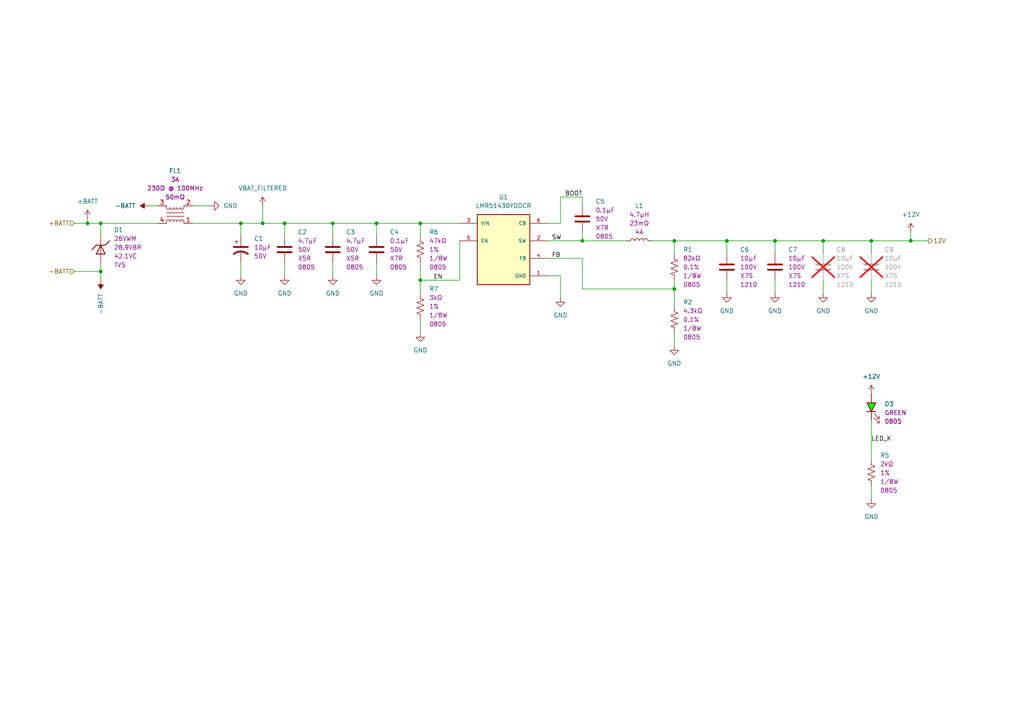
<source format=kicad_sch>
(kicad_sch (version 20231120) (generator "eeschema") (generator_version "8.0")
  (paper "A4")
  (lib_symbols
    (symbol "Capacitor_Polarized:865080642006" (pin_numbers hide) (pin_names (offset 0.254) hide)
      (property "Reference" "C" (at 3.302 2.54 0))
      (property "Capacitance" "10µF" (at 3.302 0.254 0))
      (property "Voltage - Rated" "50V" (at 3.302 -2.032 0))
      (symbol "865080642006_0_1"
        (polyline (pts (xy -2.032 0.762) (xy 2.032 0.762)) (stroke (width 0.508)))
        (polyline (pts (xy -1.778 2.286) (xy -0.762 2.286)))
        (polyline (pts (xy -1.27 1.778) (xy -1.27 2.794)))
        (arc (start 2.032 -1.27) (mid 0 -0.5572) (end -2.032 -1.27) (stroke (width 0.508)))
      )
      (symbol "865080642006_1_1"
        (pin passive line (at 0 3.81 270) (length 2.794) (name "~") (number "1"))
        (pin passive line (at 0 -3.81 90) (length 3.302) (name "~") (number "2"))
      )
    )
    (symbol "Capacitors_MLCC:CL21B104KBCNNNC" (pin_numbers hide) (pin_names (offset 0.254) hide)
      (property "Reference" "C" (at 4.826 4.318 0))
      (property "Capacitance" "0.1µF" (at 4.826 2.286 0))
      (property "Rated Voltage" "50V" (at 4.826 0 0))
      (property "Temperature Coefficient" "X7R" (at 4.826 -2.032 0))
      (property "Package" "0805" (at 4.826 -4.064 0))
      (symbol "CL21B104KBCNNNC_0_1"
        (polyline (pts (xy -2.032 -0.762) (xy 2.032 -0.762)) (stroke (width 0.508)))
        (polyline (pts (xy -2.032 0.762) (xy 2.032 0.762)) (stroke (width 0.508)))
      )
      (symbol "CL21B104KBCNNNC_1_1"
        (pin passive line (at 0 3.81 270) (length 2.794) (name "~") (number "1"))
        (pin passive line (at 0 -3.81 90) (length 2.794) (name "~") (number "2"))
      )
    )
    (symbol "Capacitors_MLCC:GRM21BR61H475KE51L" (pin_numbers hide) (pin_names (offset 0.254) hide)
      (property "Reference" "C" (at 4.826 4.318 0))
      (property "Capacitance" "4.7µF" (at 4.826 2.286 0))
      (property "Rated Voltage" "50V" (at 4.826 0 0))
      (property "Temperature Coefficient" "X5R" (at 4.826 -2.032 0))
      (property "Package" "0805" (at 4.826 -4.064 0))
      (symbol "GRM21BR61H475KE51L_0_1"
        (polyline (pts (xy -2.032 -0.762) (xy 2.032 -0.762)) (stroke (width 0.508)))
        (polyline (pts (xy -2.032 0.762) (xy 2.032 0.762)) (stroke (width 0.508)))
      )
      (symbol "GRM21BR61H475KE51L_1_1"
        (pin passive line (at 0 3.81 270) (length 2.794) (name "~") (number "1"))
        (pin passive line (at 0 -3.81 90) (length 2.794) (name "~") (number "2"))
      )
    )
    (symbol "Capacitors_MLCC:GRM32EC72A106KE05L" (pin_numbers hide) (pin_names (offset 0.254) hide)
      (property "Reference" "C" (at 4.826 4.318 0))
      (property "Capacitance" "10µF" (at 4.826 2.286 0))
      (property "Rated Voltage" "100V" (at 4.826 0 0))
      (property "Temperature Coefficient" "X7S" (at 4.826 -2.032 0))
      (property "Package" "1210" (at 4.826 -4.064 0))
      (symbol "GRM32EC72A106KE05L_0_1"
        (polyline (pts (xy -2.032 -0.762) (xy 2.032 -0.762)) (stroke (width 0.508)))
        (polyline (pts (xy -2.032 0.762) (xy 2.032 0.762)) (stroke (width 0.508)))
      )
      (symbol "GRM32EC72A106KE05L_1_1"
        (pin passive line (at 0 3.81 270) (length 2.794) (name "~") (number "1"))
        (pin passive line (at 0 -3.81 90) (length 2.794) (name "~") (number "2"))
      )
    )
    (symbol "Diode:SMAJ26A-13-F" (pin_numbers hide) (pin_names (offset 1.016) hide)
      (property "Reference" "D" (at -2.032 4.826 0))
      (property "Voltage - Reverse Standoff (Typ) " "26VWM" (at -2.032 -6.604 0))
      (property "Voltage - Breakdown (Min) " "28.9VBR" (at -2.032 -9.144 0))
      (property "Voltage - Clamping (Max) @ Ipp " "42.1VC" (at -2.032 -11.684 0))
      (property "Function" "TVS" (at -0.254 -4.318 0))
      (symbol "SMAJ26A-13-F_0_1"
        (polyline (pts (xy -1.27 0) (xy 1.27 0)))
        (polyline (pts (xy 1.27 1.27) (xy 1.27 -1.27) (xy 2.54 -2.54)) (stroke (width 0.254)))
        (polyline (pts (xy 1.27 1.27) (xy 1.27 1.27) (xy 0 2.54)) (stroke (width 0.254)))
        (polyline (pts (xy -1.27 1.27) (xy -1.27 -1.27) (xy 1.27 0) (xy -1.27 1.27)) (stroke (width 0.254)))
      )
      (symbol "SMAJ26A-13-F_1_1"
        (pin passive line (at 3.81 0 180) (length 2.54) (name "C") (number "1"))
        (pin passive line (at -3.81 0 0) (length 2.54) (name "A") (number "2"))
      )
    )
    (symbol "Filter:CMC_TDK_ACM4520-231-2P-T000" (pin_names hide)
      (property "Reference" "FL" (at -2.794 5.334 0))
      (property "Current Rating" "3A" (at -3.302 -4.826 0))
      (property "Impedance @ Frequency" "230Ω @ 100MHz" (at -3.556 -7.112 0))
      (property "DC Resistance (DCR) (Max) " "50mΩ" (at -3.556 -9.398 0))
      (symbol "CMC_TDK_ACM4520-231-2P-T000_1_1"
        (arc (start -2.54 2.032) (mid -2.032 1.5262) (end -1.524 2.032))
        (arc (start -1.524 -2.032) (mid -2.032 -1.5262) (end -2.54 -2.032))
        (arc (start -1.524 2.032) (mid -1.016 1.5262) (end -0.508 2.032))
        (arc (start -0.508 -2.032) (mid -1.016 -1.5262) (end -1.524 -2.032))
        (arc (start -0.508 2.032) (mid 0 1.5262) (end 0.508 2.032))
        (polyline (pts (xy -2.54 -2.032) (xy -2.54 -2.54)))
        (polyline (pts (xy -2.54 0.508) (xy 2.54 0.508)))
        (polyline (pts (xy -2.54 2.032) (xy -2.54 2.54)))
        (polyline (pts (xy 2.54 -2.032) (xy 2.54 -2.54)))
        (polyline (pts (xy 2.54 -0.508) (xy -2.54 -0.508)))
        (polyline (pts (xy 2.54 2.54) (xy 2.54 2.032)))
        (arc (start 0.508 -2.032) (mid 0 -1.5262) (end -0.508 -2.032))
        (arc (start 0.508 2.032) (mid 1.016 1.5262) (end 1.524 2.032))
        (arc (start 1.524 -2.032) (mid 1.016 -1.5262) (end 0.508 -2.032))
        (arc (start 1.524 2.032) (mid 2.032 1.5262) (end 2.54 2.032))
        (arc (start 2.54 -2.032) (mid 2.032 -1.5262) (end 1.524 -2.032))
        (pin passive line (at -5.08 2.54 0) (length 2.54) (name "1") (number "1"))
        (pin passive line (at -5.08 -2.54 0) (length 2.54) (name "2") (number "2"))
        (pin passive line (at 5.08 -2.54 180) (length 2.54) (name "3") (number "3"))
        (pin passive line (at 5.08 2.54 180) (length 2.54) (name "4") (number "4"))
      )
    )
    (symbol "Inductors:1255AY-4R7M=P3" (pin_numbers hide) (pin_names (offset 1.016) hide)
      (property "Reference" "L" (at -2.286 2.794 0))
      (property "Inductance" "4.7µH" (at -3.048 -2.032 0))
      (property "DCR" "23mΩ" (at -3.048 -6.604 0))
      (property "Current Rating" "4A" (at -3.048 -4.318 0))
      (symbol "1255AY-4R7M=P3_0_1"
        (arc (start -1.27 0) (mid -1.905 0.6323) (end -2.54 0))
        (arc (start 0 0) (mid -0.635 0.6323) (end -1.27 0))
        (arc (start 1.27 0) (mid 0.635 0.6323) (end 0 0))
        (arc (start 2.54 0) (mid 1.905 0.6323) (end 1.27 0))
      )
      (symbol "1255AY-4R7M=P3_1_1"
        (pin passive line (at -3.81 0 0) (length 1.27) (name "1") (number "1"))
        (pin passive line (at 3.81 0 180) (length 1.27) (name "2") (number "2"))
      )
    )
    (symbol "LED:APT2012CGCK" (pin_numbers hide) (pin_names (offset 1.016) hide)
      (property "Reference" "D" (at 0 2.54 0))
      (property "Color" "GREEN" (at -1.27 -5.08 0))
      (property "Package" "0805" (at -1.27 -3.048 0))
      (symbol "APT2012CGCK_0_1"
        (polyline (pts (xy -1.27 -1.27) (xy -1.27 1.27)) (stroke (width 0.254)))
        (polyline (pts (xy -3.048 -0.762) (xy -4.572 -2.286) (xy -3.81 -2.286) (xy -4.572 -2.286) (xy -4.572 -1.524)))
        (polyline (pts (xy -1.778 -0.762) (xy -3.302 -2.286) (xy -2.54 -2.286) (xy -3.302 -2.286) (xy -3.302 -1.524)))
      )
      (symbol "APT2012CGCK_1_1"
        (polyline (pts (xy 1.27 -1.27) (xy 1.27 1.27) (xy -1.27 0) (xy 1.27 -1.27)) (stroke (width 0.254)) (fill (type color) (color 0 255 0 1)))
        (pin passive line (at -3.81 0 0) (length 2.54) (name "K") (number "1"))
        (pin passive line (at 3.81 0 180) (length 2.54) (name "A") (number "2"))
      )
    )
    (symbol "Regulator_Switching:LMR51430YDDCR" (pin_names (offset 1.016))
      (property "Reference" "U" (at -7.62 10.922 0))
      (property "Value" "LMR51430YDDCR" (at -7.62 -12.7 0))
      (symbol "LMR51430YDDCR_0_0"
        (rectangle (start -7.62 10.16) (end 7.62 -10.16) (stroke (width 0.254)) (fill (type background)))
        (pin input line (at 12.7 -2.54 180) (length 5.08) (name "FB") (number "4"))
        (pin input line (at -12.7 2.54 0) (length 5.08) (name "EN") (number "5"))
        (pin passive line (at 12.7 7.62 180) (length 5.08) (name "CB") (number "6"))
      )
      (symbol "LMR51430YDDCR_1_0"
        (pin power_in line (at 12.7 -7.62 180) (length 5.08) (name "GND") (number "1"))
        (pin power_out line (at 12.7 2.54 180) (length 5.08) (name "SW") (number "2"))
        (pin power_in line (at -12.7 7.62 0) (length 5.08) (name "VIN") (number "3"))
      )
    )
    (symbol "Resistors:RC0805FR-072KL" (pin_numbers hide) (pin_names (offset 1.016) hide)
      (property "Reference" "R" (at 2.54 3.556 0))
      (property "Resistance" "2kΩ" (at 2.54 2.032 0))
      (property "Tolerance" "1%" (at 2.54 0 0))
      (property "Power" "1/8W" (at 2.54 -2.032 0))
      (property "Package" "0805" (at 2.54 -4.064 0))
      (symbol "RC0805FR-072KL_0_1"
        (polyline (pts (xy 0 -2.286) (xy 0 -2.54)))
        (polyline (pts (xy 0 2.286) (xy 0 2.54)))
        (polyline (pts (xy 0 -0.762) (xy 1.016 -1.143) (xy 0 -1.524) (xy -1.016 -1.905) (xy 0 -2.286)))
        (polyline (pts (xy 0 0.762) (xy 1.016 0.381) (xy 0 0) (xy -1.016 -0.381) (xy 0 -0.762)))
        (polyline (pts (xy 0 2.286) (xy 1.016 1.905) (xy 0 1.524) (xy -1.016 1.143) (xy 0 0.762)))
      )
      (symbol "RC0805FR-072KL_1_1"
        (pin passive line (at 0 3.81 270) (length 1.27) (name "~") (number "1"))
        (pin passive line (at 0 -3.81 90) (length 1.27) (name "~") (number "2"))
      )
    )
    (symbol "Resistors:RC0805FR-073KL" (pin_numbers hide) (pin_names (offset 1.016) hide)
      (property "Reference" "R" (at 2.54 3.556 0))
      (property "Resistance" "3kΩ" (at 2.54 2.032 0))
      (property "Tolerance" "1%" (at 2.54 0 0))
      (property "Power" "1/8W" (at 2.54 -2.032 0))
      (property "Package" "0805" (at 2.54 -4.064 0))
      (symbol "RC0805FR-073KL_0_1"
        (polyline (pts (xy 0 -2.286) (xy 0 -2.54)))
        (polyline (pts (xy 0 2.286) (xy 0 2.54)))
        (polyline (pts (xy 0 -0.762) (xy 1.016 -1.143) (xy 0 -1.524) (xy -1.016 -1.905) (xy 0 -2.286)))
        (polyline (pts (xy 0 0.762) (xy 1.016 0.381) (xy 0 0) (xy -1.016 -0.381) (xy 0 -0.762)))
        (polyline (pts (xy 0 2.286) (xy 1.016 1.905) (xy 0 1.524) (xy -1.016 1.143) (xy 0 0.762)))
      )
      (symbol "RC0805FR-073KL_1_1"
        (pin passive line (at 0 3.81 270) (length 1.27) (name "~") (number "1"))
        (pin passive line (at 0 -3.81 90) (length 1.27) (name "~") (number "2"))
      )
    )
    (symbol "Resistors:RC0805FR-0747KL" (pin_numbers hide) (pin_names (offset 1.016) hide)
      (property "Reference" "R" (at 2.54 3.556 0))
      (property "Resistance" "47kΩ" (at 2.54 2.032 0))
      (property "Tolerance" "1%" (at 2.54 0 0))
      (property "Power" "1/8W" (at 2.54 -2.032 0))
      (property "Package" "0805" (at 2.54 -4.064 0))
      (symbol "RC0805FR-0747KL_0_1"
        (polyline (pts (xy 0 -2.286) (xy 0 -2.54)))
        (polyline (pts (xy 0 2.286) (xy 0 2.54)))
        (polyline (pts (xy 0 -0.762) (xy 1.016 -1.143) (xy 0 -1.524) (xy -1.016 -1.905) (xy 0 -2.286)))
        (polyline (pts (xy 0 0.762) (xy 1.016 0.381) (xy 0 0) (xy -1.016 -0.381) (xy 0 -0.762)))
        (polyline (pts (xy 0 2.286) (xy 1.016 1.905) (xy 0 1.524) (xy -1.016 1.143) (xy 0 0.762)))
      )
      (symbol "RC0805FR-0747KL_1_1"
        (pin passive line (at 0 3.81 270) (length 1.27) (name "~") (number "1"))
        (pin passive line (at 0 -3.81 90) (length 1.27) (name "~") (number "2"))
      )
    )
    (symbol "Resistors:RT0805BRD074K3L" (pin_numbers hide) (pin_names (offset 1.016) hide)
      (property "Reference" "R" (at 2.54 3.556 0))
      (property "Resistance" "4.3kΩ" (at 2.54 2.032 0))
      (property "Tolerance" "0.1%" (at 2.54 0 0))
      (property "Power" "1/8W" (at 2.54 -2.032 0))
      (property "Package" "0805" (at 2.54 -4.064 0))
      (symbol "RT0805BRD074K3L_0_1"
        (polyline (pts (xy 0 -2.286) (xy 0 -2.54)))
        (polyline (pts (xy 0 2.286) (xy 0 2.54)))
        (polyline (pts (xy 0 -0.762) (xy 1.016 -1.143) (xy 0 -1.524) (xy -1.016 -1.905) (xy 0 -2.286)))
        (polyline (pts (xy 0 0.762) (xy 1.016 0.381) (xy 0 0) (xy -1.016 -0.381) (xy 0 -0.762)))
        (polyline (pts (xy 0 2.286) (xy 1.016 1.905) (xy 0 1.524) (xy -1.016 1.143) (xy 0 0.762)))
      )
      (symbol "RT0805BRD074K3L_1_1"
        (pin passive line (at 0 3.81 270) (length 1.27) (name "~") (number "1"))
        (pin passive line (at 0 -3.81 90) (length 1.27) (name "~") (number "2"))
      )
    )
    (symbol "Resistors:RT0805BRD0782KL" (pin_numbers hide) (pin_names (offset 1.016) hide)
      (property "Reference" "R" (at 2.54 3.556 0))
      (property "Resistance" "82kΩ" (at 2.54 2.032 0))
      (property "Tolerance" "0.1%" (at 2.54 0 0))
      (property "Power" "1/8W" (at 2.54 -2.032 0))
      (property "Package" "0805" (at 2.54 -4.064 0))
      (symbol "RT0805BRD0782KL_0_1"
        (polyline (pts (xy 0 -2.286) (xy 0 -2.54)))
        (polyline (pts (xy 0 2.286) (xy 0 2.54)))
        (polyline (pts (xy 0 -0.762) (xy 1.016 -1.143) (xy 0 -1.524) (xy -1.016 -1.905) (xy 0 -2.286)))
        (polyline (pts (xy 0 0.762) (xy 1.016 0.381) (xy 0 0) (xy -1.016 -0.381) (xy 0 -0.762)))
        (polyline (pts (xy 0 2.286) (xy 1.016 1.905) (xy 0 1.524) (xy -1.016 1.143) (xy 0 0.762)))
      )
      (symbol "RT0805BRD0782KL_1_1"
        (pin passive line (at 0 3.81 270) (length 1.27) (name "~") (number "1"))
        (pin passive line (at 0 -3.81 90) (length 1.27) (name "~") (number "2"))
      )
    )
    (symbol "power:+12V" (power) (pin_numbers hide) (pin_names (offset 0) hide)
      (property "Value" "+12V" (at 0 3.556 0))
      (symbol "+12V_0_1"
        (polyline (pts (xy -0.762 1.27) (xy 0 2.54)))
        (polyline (pts (xy 0 0) (xy 0 2.54)))
        (polyline (pts (xy 0 2.54) (xy 0.762 1.27)))
      )
      (symbol "+12V_1_1"
        (pin power_in line (at 0 0 90) (length 0) (name "~") (number "1"))
      )
    )
    (symbol "power:+BATT" (power) (pin_numbers hide) (pin_names (offset 0) hide)
      (property "Value" "+BATT" (at 0 3.556 0))
      (symbol "+BATT_0_1"
        (polyline (pts (xy -0.762 1.27) (xy 0 2.54)))
        (polyline (pts (xy 0 0) (xy 0 2.54)))
        (polyline (pts (xy 0 2.54) (xy 0.762 1.27)))
      )
      (symbol "+BATT_1_1"
        (pin power_in line (at 0 0 90) (length 0) (name "~") (number "1"))
      )
    )
    (symbol "power:-BATT" (power) (pin_numbers hide) (pin_names (offset 0) hide)
      (property "Value" "-BATT" (at 0 3.556 0))
      (symbol "-BATT_0_1"
        (polyline (pts (xy 0 0) (xy 0 2.54)))
        (polyline (pts (xy 0.762 1.27) (xy -0.762 1.27) (xy 0 2.54) (xy 0.762 1.27)) (fill (type outline)))
      )
      (symbol "-BATT_1_1"
        (pin power_in line (at 0 0 90) (length 0) (name "~") (number "1"))
      )
    )
    (symbol "power:GND" (power) (pin_numbers hide) (pin_names (offset 0) hide)
      (property "Value" "GND" (at 0 -3.81 0))
      (symbol "GND_0_1"
        (polyline (pts (xy 0 0) (xy 0 -1.27) (xy 1.27 -1.27) (xy 0 -2.54) (xy -1.27 -1.27) (xy 0 -1.27)))
      )
      (symbol "GND_1_1"
        (pin power_in line (at 0 0 270) (length 0) (name "~") (number "1"))
      )
    )
    (symbol "power:VBAT_FILTERED" (power) (pin_numbers hide) (pin_names (offset 0) hide)
      (property "Value" "VBAT_FILTERED" (at 0 3.556 0))
      (symbol "VBAT_FILTERED_0_1"
        (polyline (pts (xy -0.762 1.27) (xy 0 2.54)))
        (polyline (pts (xy 0 0) (xy 0 2.54)))
        (polyline (pts (xy 0 2.54) (xy 0.762 1.27)))
      )
      (symbol "VBAT_FILTERED_1_1"
        (pin power_in line (at 0 0 90) (length 0) (name "~") (number "1"))
      )
    )
  )
  (junction (at 195.58 69.85))
  (junction (at 109.22 64.77))
  (junction (at 264.16 69.85))
  (junction (at 29.21 78.74))
  (junction (at 252.73 69.85))
  (junction (at 195.58 83.82))
  (junction (at 210.82 69.85))
  (junction (at 29.21 64.77))
  (junction (at 96.52 64.77))
  (junction (at 224.79 69.85))
  (junction (at 25.4 64.77))
  (junction (at 69.85 64.77))
  (junction (at 82.55 64.77))
  (junction (at 121.92 81.28))
  (junction (at 168.91 69.85))
  (junction (at 121.92 64.77))
  (junction (at 76.2 64.77))
  (junction (at 238.76 69.85))
  (wire (pts (xy 195.58 81.28) (xy 195.58 83.82)))
  (wire (pts (xy 210.82 85.09) (xy 210.82 81.28)))
  (wire (pts (xy 264.16 67.31) (xy 264.16 69.85)))
  (wire (pts (xy 168.91 83.82) (xy 168.91 74.93)))
  (wire (pts (xy 195.58 100.33) (xy 195.58 96.52)))
  (wire (pts (xy 96.52 64.77) (xy 96.52 68.58)))
  (wire (pts (xy 189.23 69.85) (xy 195.58 69.85)))
  (wire (pts (xy 76.2 64.77) (xy 82.55 64.77)))
  (wire (pts (xy 69.85 80.01) (xy 69.85 76.2)))
  (wire (pts (xy 109.22 64.77) (xy 121.92 64.77)))
  (wire (pts (xy 25.4 64.77) (xy 29.21 64.77)))
  (wire (pts (xy 29.21 68.58) (xy 29.21 64.77)))
  (wire (pts (xy 29.21 78.74) (xy 29.21 76.2)))
  (wire (pts (xy 210.82 73.66) (xy 210.82 69.85)))
  (wire (pts (xy 96.52 64.77) (xy 109.22 64.77)))
  (wire (pts (xy 195.58 69.85) (xy 210.82 69.85)))
  (wire (pts (xy 264.16 69.85) (xy 252.73 69.85)))
  (wire (pts (xy 55.88 64.77) (xy 69.85 64.77)))
  (wire (pts (xy 224.79 73.66) (xy 224.79 69.85)))
  (wire (pts (xy 158.75 64.77) (xy 162.56 64.77)))
  (wire (pts (xy 121.92 92.71) (xy 121.92 96.52)))
  (wire (pts (xy 121.92 81.28) (xy 133.35 81.28)))
  (wire (pts (xy 21.59 64.77) (xy 25.4 64.77)))
  (wire (pts (xy 162.56 57.15) (xy 162.56 64.77)))
  (wire (pts (xy 238.76 85.09) (xy 238.76 81.28)))
  (wire (pts (xy 195.58 73.66) (xy 195.58 69.85)))
  (wire (pts (xy 29.21 81.28) (xy 29.21 78.74)))
  (wire (pts (xy 43.18 59.69) (xy 45.72 59.69)))
  (wire (pts (xy 195.58 83.82) (xy 195.58 88.9)))
  (wire (pts (xy 168.91 69.85) (xy 181.61 69.85)))
  (wire (pts (xy 158.75 80.01) (xy 162.56 80.01)))
  (wire (pts (xy 82.55 64.77) (xy 82.55 68.58)))
  (wire (pts (xy 252.73 69.85) (xy 252.73 73.66)))
  (wire (pts (xy 29.21 64.77) (xy 45.72 64.77)))
  (wire (pts (xy 224.79 85.09) (xy 224.79 81.28)))
  (wire (pts (xy 133.35 69.85) (xy 133.35 81.28)))
  (wire (pts (xy 195.58 83.82) (xy 168.91 83.82)))
  (wire (pts (xy 121.92 76.2) (xy 121.92 81.28)))
  (wire (pts (xy 109.22 76.2) (xy 109.22 80.01)))
  (wire (pts (xy 158.75 74.93) (xy 168.91 74.93)))
  (wire (pts (xy 55.88 59.69) (xy 60.96 59.69)))
  (wire (pts (xy 168.91 57.15) (xy 168.91 59.69)))
  (wire (pts (xy 82.55 76.2) (xy 82.55 80.01)))
  (wire (pts (xy 158.75 69.85) (xy 168.91 69.85)))
  (wire (pts (xy 238.76 69.85) (xy 238.76 73.66)))
  (wire (pts (xy 121.92 64.77) (xy 133.35 64.77)))
  (wire (pts (xy 252.73 121.92) (xy 252.73 133.35)))
  (wire (pts (xy 69.85 64.77) (xy 76.2 64.77)))
  (wire (pts (xy 168.91 57.15) (xy 162.56 57.15)))
  (wire (pts (xy 109.22 64.77) (xy 109.22 68.58)))
  (wire (pts (xy 69.85 64.77) (xy 69.85 68.58)))
  (wire (pts (xy 121.92 64.77) (xy 121.92 68.58)))
  (wire (pts (xy 252.73 140.97) (xy 252.73 144.78)))
  (wire (pts (xy 25.4 63.5) (xy 25.4 64.77)))
  (wire (pts (xy 168.91 67.31) (xy 168.91 69.85)))
  (wire (pts (xy 76.2 59.69) (xy 76.2 64.77)))
  (wire (pts (xy 264.16 69.85) (xy 269.24 69.85)))
  (wire (pts (xy 162.56 80.01) (xy 162.56 86.36)))
  (wire (pts (xy 82.55 64.77) (xy 96.52 64.77)))
  (wire (pts (xy 21.59 78.74) (xy 29.21 78.74)))
  (wire (pts (xy 238.76 69.85) (xy 252.73 69.85)))
  (wire (pts (xy 224.79 69.85) (xy 238.76 69.85)))
  (wire (pts (xy 121.92 81.28) (xy 121.92 85.09)))
  (wire (pts (xy 252.73 85.09) (xy 252.73 81.28)))
  (wire (pts (xy 96.52 76.2) (xy 96.52 80.01)))
  (wire (pts (xy 210.82 69.85) (xy 224.79 69.85)))
  (label "FB" (at 160.02 74.93 0))
  (label "BOOT" (at 163.83 57.15 0))
  (label "LED_K" (at 252.73 128.27 0))
  (label "SW" (at 160.02 69.85 0))
  (label "EN" (at 125.73 81.28 0))
  (hierarchical_label "-BATT" (shape input) (at 21.59 78.74 180))
  (hierarchical_label "12V" (shape output) (at 269.24 69.85 0))
  (hierarchical_label "+BATT" (shape input) (at 21.59 64.77 180))
  (symbol (lib_id "power:GND") (at 69.85 80.01 0) (unit 1)
    (property "Reference" "#PWR04" (effects (hide yes)))
    (property "Value" "GND" (at 69.85 85.09 0))
    (property "Description" "Power symbol creates a global label with name \"GND\" , ground" (effects (hide yes)))
  )
  (symbol (lib_id "Capacitors_MLCC:GRM32EC72A106KE05L") (at 224.79 77.47 0) (unit 1)
    (property "Reference" "C7" (at 228.6 72.3899 0) (effects (justify left)))
    (property "Value" "GRM32EC72A106KE05L" (effects (hide yes)))
    (property "Footprint" "Capacitor_SMD:C_1210_3225Metric_Pad1.33x2.70mm_HandSolder" (effects (hide yes)))
    (property "Description" "CAP CER 10UF 100V X7S 1210" (effects (hide yes)))
    (property "Capacitance" "10µF" (at 228.6 74.9299 0) (effects (justify left)))
    (property "Rated Voltage" "100V" (at 228.6 77.4699 0) (effects (justify left)))
    (property "Temperature Coefficient" "X7S" (at 228.6 80.0099 0) (effects (justify left)))
    (property "Package" "1210" (at 228.6 82.5499 0) (effects (justify left)))
  )
  (symbol (lib_id "Capacitors_MLCC:CL21B104KBCNNNC") (at 168.91 63.5 0) (unit 1)
    (property "Reference" "C5" (at 172.72 58.4199 0) (effects (justify left)))
    (property "Value" "CL21B104KBCNNNC" (effects (hide yes)))
    (property "Footprint" "Capacitor_SMD:C_0805_2012Metric_Pad1.18x1.45mm_HandSolder" (effects (hide yes)))
    (property "Description" "CAP CER 0.1UF 50V X7R 0805" (effects (hide yes)))
    (property "Capacitance" "0.1µF" (at 172.72 60.9599 0) (effects (justify left)))
    (property "Rated Voltage" "50V" (at 172.72 63.4999 0) (effects (justify left)))
    (property "Temperature Coefficient" "X7R" (at 172.72 66.0399 0) (effects (justify left)))
    (property "Package" "0805" (at 172.72 68.5799 0) (effects (justify left)))
  )
  (symbol (lib_id "Capacitors_MLCC:GRM32EC72A106KE05L") (at 238.76 77.47 0) (unit 1) (dnp yes)
    (property "Reference" "C8" (at 242.57 72.3899 0) (effects (justify left)))
    (property "Value" "GRM32EC72A106KE05L" (effects (hide yes)))
    (property "Footprint" "Capacitor_SMD:C_1210_3225Metric_Pad1.33x2.70mm_HandSolder" (effects (hide yes)))
    (property "Description" "CAP CER 10UF 100V X7S 1210" (effects (hide yes)))
    (property "Capacitance" "10µF" (at 242.57 74.9299 0) (effects (justify left)))
    (property "Rated Voltage" "100V" (at 242.57 77.4699 0) (effects (justify left)))
    (property "Temperature Coefficient" "X7S" (at 242.57 80.0099 0) (effects (justify left)))
    (property "Package" "1210" (at 242.57 82.5499 0) (effects (justify left)))
  )
  (symbol (lib_id "power:GND") (at 60.96 59.69 90) (unit 1)
    (property "Reference" "#PWR02" (effects (hide yes)))
    (property "Value" "GND" (at 64.77 59.6899 90) (effects (justify right)))
    (property "Description" "Power symbol creates a global label with name \"GND\" , ground" (effects (hide yes)))
  )
  (symbol (lib_id "power:GND") (at 109.22 80.01 0) (unit 1)
    (property "Reference" "#PWR09" (effects (hide yes)))
    (property "Value" "GND" (at 109.22 85.09 0))
    (property "Description" "Power symbol creates a global label with name \"GND\" , ground" (effects (hide yes)))
  )
  (symbol (lib_id "power:GND") (at 162.56 86.36 0) (unit 1)
    (property "Reference" "#PWR010" (effects (hide yes)))
    (property "Value" "GND" (at 162.56 91.44 0))
    (property "Description" "Power symbol creates a global label with name \"GND\" , ground" (effects (hide yes)))
  )
  (symbol (lib_id "power:GND") (at 121.92 96.52 0) (unit 1)
    (property "Reference" "#PWR037" (effects (hide yes)))
    (property "Value" "GND" (at 121.92 101.6 0))
    (property "Description" "Power symbol creates a global label with name \"GND\" , ground" (effects (hide yes)))
  )
  (symbol (lib_id "Resistors:RC0805FR-073KL") (at 121.92 88.9 0) (unit 1)
    (property "Reference" "R7" (at 124.46 83.8199 0) (effects (justify left)))
    (property "Value" "RC0805FR-073KL" (effects (hide yes)))
    (property "Footprint" "Resistor_SMD:R_0805_2012Metric_Pad1.20x1.40mm_HandSolder" (effects (hide yes)))
    (property "Description" "RES 3K OHM 1% 1/8W 0805" (effects (hide yes)))
    (property "MANUFACTURER" "YAGEO" (effects (hide yes)))
    (property "Resistance" "3kΩ" (at 124.46 86.3599 0) (effects (justify left)))
    (property "Tolerance" "1%" (at 124.46 88.8999 0) (effects (justify left)))
    (property "Power" "1/8W" (at 124.46 91.4399 0) (effects (justify left)))
    (property "Package" "0805" (at 124.46 93.9799 0) (effects (justify left)))
  )
  (symbol (lib_id "power:GND") (at 210.82 85.09 0) (unit 1)
    (property "Reference" "#PWR012" (effects (hide yes)))
    (property "Value" "GND" (at 210.82 90.17 0))
    (property "Description" "Power symbol creates a global label with name \"GND\" , ground" (effects (hide yes)))
  )
  (symbol (lib_id "power:GND") (at 96.52 80.01 0) (unit 1)
    (property "Reference" "#PWR08" (effects (hide yes)))
    (property "Value" "GND" (at 96.52 85.09 0))
    (property "Description" "Power symbol creates a global label with name \"GND\" , ground" (effects (hide yes)))
  )
  (symbol (lib_id "power:GND") (at 82.55 80.01 0) (unit 1)
    (property "Reference" "#PWR07" (effects (hide yes)))
    (property "Value" "GND" (at 82.55 85.09 0))
    (property "Description" "Power symbol creates a global label with name \"GND\" , ground" (effects (hide yes)))
  )
  (symbol (lib_id "power:GND") (at 238.76 85.09 0) (unit 1)
    (property "Reference" "#PWR014" (effects (hide yes)))
    (property "Value" "GND" (at 238.76 90.17 0))
    (property "Description" "Power symbol creates a global label with name \"GND\" , ground" (effects (hide yes)))
  )
  (symbol (lib_id "power:-BATT") (at 29.21 81.28 180) (unit 1)
    (property "Reference" "#PWR03" (effects (hide yes)))
    (property "Value" "-BATT" (at 29.2099 85.09 90) (effects (justify left)))
    (property "Description" "Power symbol creates a global label with name \"-BATT\"" (effects (hide yes)))
  )
  (symbol (lib_id "Resistors:RC0805FR-0747KL") (at 121.92 72.39 0) (unit 1)
    (property "Reference" "R6" (at 124.46 67.3099 0) (effects (justify left)))
    (property "Value" "RC0805FR-0747KL" (effects (hide yes)))
    (property "Footprint" "Resistor_SMD:R_0805_2012Metric_Pad1.20x1.40mm_HandSolder" (effects (hide yes)))
    (property "Description" "RES 47K OHM 1% 1/8W 0805" (effects (hide yes)))
    (property "MANUFACTURER" "YAGEO" (effects (hide yes)))
    (property "Resistance" "47kΩ" (at 124.46 69.8499 0) (effects (justify left)))
    (property "Tolerance" "1%" (at 124.46 72.3899 0) (effects (justify left)))
    (property "Power" "1/8W" (at 124.46 74.9299 0) (effects (justify left)))
    (property "Package" "0805" (at 124.46 77.4699 0) (effects (justify left)))
  )
  (symbol (lib_id "Filter:CMC_TDK_ACM4520-231-2P-T000") (at 50.8 62.23 180) (unit 1)
    (property "Reference" "FL1" (at 50.8 49.53 0))
    (property "Value" "ACM4520-231-2P-T000" (effects (hide yes)))
    (property "Footprint" "Inductor_SMD:L_CommonModeChoke_TDK_ACM4520-2P" (effects (hide yes)))
    (property "Description" "CMC 3A 2LN 230 OHM SMD" (effects (hide yes)))
    (property "Current Rating" "3A" (at 50.8 52.07 0))
    (property "Impedance @ Frequency" "230Ω @ 100MHz" (at 50.8 54.61 0))
    (property "DC Resistance (DCR) (Max) " "50mΩ" (at 50.8 57.15 0))
    (property "Mannufacturer" "TDK Corporation  " (effects (hide yes)))
  )
  (symbol (lib_id "Inductors:1255AY-4R7M=P3") (at 185.42 69.85 0) (unit 1)
    (property "Reference" "L1" (at 185.42 59.69 0))
    (property "Value" "1255AY-4R7M=P3" (effects (hide yes)))
    (property "Footprint" "Inductor_SMD:L_Murata_DG6045C" (effects (hide yes)))
    (property "Description" "FIXED IND 4.7UH 4A 23 MOHM SMD" (effects (hide yes)))
    (property "Inductance" "4.7µH" (at 185.42 62.23 0))
    (property "DCR" "23mΩ" (at 185.42 64.77 0))
    (property "Current Rating" "4A" (at 185.42 67.31 0))
    (property "Size" "6mm x 6mm" (effects (hide yes)))
  )
  (symbol (lib_id "Capacitors_MLCC:GRM21BR61H475KE51L") (at 96.52 72.39 0) (unit 1)
    (property "Reference" "C3" (at 100.33 67.3099 0) (effects (justify left)))
    (property "Value" "GRM21BR61H475KE51L" (effects (hide yes)))
    (property "Footprint" "Capacitor_SMD:C_0805_2012Metric_Pad1.18x1.45mm_HandSolder" (effects (hide yes)))
    (property "Description" "CAP CER 4.7UF 50V X5R 0805" (effects (hide yes)))
    (property "Capacitance" "4.7µF" (at 100.33 69.8499 0) (effects (justify left)))
    (property "Rated Voltage" "50V" (at 100.33 72.3899 0) (effects (justify left)))
    (property "Temperature Coefficient" "X5R" (at 100.33 74.9299 0) (effects (justify left)))
    (property "Package" "0805" (at 100.33 77.4699 0) (effects (justify left)))
  )
  (symbol (lib_id "Capacitors_MLCC:GRM21BR61H475KE51L") (at 82.55 72.39 0) (unit 1)
    (property "Reference" "C2" (at 86.36 67.3099 0) (effects (justify left)))
    (property "Value" "GRM21BR61H475KE51L" (effects (hide yes)))
    (property "Footprint" "Capacitor_SMD:C_0805_2012Metric_Pad1.18x1.45mm_HandSolder" (effects (hide yes)))
    (property "Description" "CAP CER 4.7UF 50V X5R 0805" (effects (hide yes)))
    (property "Capacitance" "4.7µF" (at 86.36 69.8499 0) (effects (justify left)))
    (property "Rated Voltage" "50V" (at 86.36 72.3899 0) (effects (justify left)))
    (property "Temperature Coefficient" "X5R" (at 86.36 74.9299 0) (effects (justify left)))
    (property "Package" "0805" (at 86.36 77.4699 0) (effects (justify left)))
  )
  (symbol (lib_id "power:+12V") (at 264.16 67.31 0) (unit 1)
    (property "Reference" "#PWR016" (effects (hide yes)))
    (property "Value" "+12V" (at 264.16 62.23 0))
    (property "Description" "Power symbol creates a global label with name \"+12V\"" (effects (hide yes)))
  )
  (symbol (lib_id "Capacitors_MLCC:GRM32EC72A106KE05L") (at 252.73 77.47 0) (unit 1) (dnp yes)
    (property "Reference" "C9" (at 256.54 72.3899 0) (effects (justify left)))
    (property "Value" "GRM32EC72A106KE05L" (effects (hide yes)))
    (property "Footprint" "Capacitor_SMD:C_1210_3225Metric_Pad1.33x2.70mm_HandSolder" (effects (hide yes)))
    (property "Description" "CAP CER 10UF 100V X7S 1210" (effects (hide yes)))
    (property "Capacitance" "10µF" (at 256.54 74.9299 0) (effects (justify left)))
    (property "Rated Voltage" "100V" (at 256.54 77.4699 0) (effects (justify left)))
    (property "Temperature Coefficient" "X7S" (at 256.54 80.0099 0) (effects (justify left)))
    (property "Package" "1210" (at 256.54 82.5499 0) (effects (justify left)))
  )
  (symbol (lib_id "power:GND") (at 252.73 144.78 0) (unit 1)
    (property "Reference" "#PWR036" (effects (hide yes)))
    (property "Value" "GND" (at 252.73 149.86 0))
    (property "Description" "Power symbol creates a global label with name \"GND\" , ground" (effects (hide yes)))
  )
  (symbol (lib_id "Capacitor_Polarized:865080642006") (at 69.85 72.39 0) (unit 1)
    (property "Reference" "C1" (at 73.66 69.2149 0) (effects (justify left)))
    (property "Value" "865080642006" (effects (hide yes)))
    (property "Footprint" "Capacitor_SMD:865080642006" (effects (hide yes)))
    (property "Description" "CAP ALUM 10UF 20% 50V SMD" (effects (hide yes)))
    (property "Capacitance" "10µF" (at 73.66 71.7549 0) (effects (justify left)))
    (property "Voltage - Rated" "50V" (at 73.66 74.2949 0) (effects (justify left)))
  )
  (symbol (lib_id "power:GND") (at 195.58 100.33 0) (unit 1)
    (property "Reference" "#PWR011" (effects (hide yes)))
    (property "Value" "GND" (at 195.58 105.41 0))
    (property "Description" "Power symbol creates a global label with name \"GND\" , ground" (effects (hide yes)))
  )
  (symbol (lib_id "LED:APT2012CGCK") (at 252.73 118.11 90) (unit 1)
    (property "Reference" "D3" (at 256.54 117.1574 90) (effects (justify right)))
    (property "Value" "APT2012CGCK" (effects (hide yes)))
    (property "Footprint" "LED_SMD:LED_0805_APT2012CGCK" (effects (hide yes)))
    (property "Description" "20mA Colorless Transparent Lens 50mcd 570nm Green 2.1V 0805 LED Indication - Discrete ROHS" (effects (hide yes)))
    (property "Color" "GREEN" (at 256.54 119.6974 90) (effects (justify right)))
    (property "Package" "0805" (at 256.54 122.2374 90) (effects (justify right)))
  )
  (symbol (lib_id "Resistors:RT0805BRD0782KL") (at 195.58 77.47 0) (unit 1)
    (property "Reference" "R1" (at 198.12 72.3899 0) (effects (justify left)))
    (property "Value" "RT0805BRD0782KL" (effects (hide yes)))
    (property "Footprint" "Resistor_SMD:R_0805_2012Metric_Pad1.20x1.40mm_HandSolder" (effects (hide yes)))
    (property "Description" "RES 82K OHM 0.1% 1/8W 0805" (effects (hide yes)))
    (property "MANUFACTURER" "YAGEO" (effects (hide yes)))
    (property "Resistance" "82kΩ" (at 198.12 74.9299 0) (effects (justify left)))
    (property "Tolerance" "0.1%" (at 198.12 77.4699 0) (effects (justify left)))
    (property "Power" "1/8W" (at 198.12 80.0099 0) (effects (justify left)))
    (property "Package" "0805" (at 198.12 82.5499 0) (effects (justify left)))
  )
  (symbol (lib_id "power:-BATT") (at 43.18 59.69 90) (unit 1)
    (property "Reference" "#PWR01" (effects (hide yes)))
    (property "Value" "-BATT" (at 39.37 59.6899 90) (effects (justify left)))
    (property "Description" "Power symbol creates a global label with name \"-BATT\"" (effects (hide yes)))
  )
  (symbol (lib_id "Capacitors_MLCC:CL21B104KBCNNNC") (at 109.22 72.39 0) (unit 1)
    (property "Reference" "C4" (at 113.03 67.3099 0) (effects (justify left)))
    (property "Value" "CL21B104KBCNNNC" (effects (hide yes)))
    (property "Footprint" "Capacitor_SMD:C_0805_2012Metric_Pad1.18x1.45mm_HandSolder" (effects (hide yes)))
    (property "Description" "CAP CER 0.1UF 50V X7R 0805" (effects (hide yes)))
    (property "Capacitance" "0.1µF" (at 113.03 69.8499 0) (effects (justify left)))
    (property "Rated Voltage" "50V" (at 113.03 72.3899 0) (effects (justify left)))
    (property "Temperature Coefficient" "X7R" (at 113.03 74.9299 0) (effects (justify left)))
    (property "Package" "0805" (at 113.03 77.4699 0) (effects (justify left)))
  )
  (symbol (lib_id "Capacitors_MLCC:GRM32EC72A106KE05L") (at 210.82 77.47 0) (unit 1)
    (property "Reference" "C6" (at 214.63 72.3899 0) (effects (justify left)))
    (property "Value" "GRM32EC72A106KE05L" (effects (hide yes)))
    (property "Footprint" "Capacitor_SMD:C_1210_3225Metric_Pad1.33x2.70mm_HandSolder" (effects (hide yes)))
    (property "Description" "CAP CER 10UF 100V X7S 1210" (effects (hide yes)))
    (property "Capacitance" "10µF" (at 214.63 74.9299 0) (effects (justify left)))
    (property "Rated Voltage" "100V" (at 214.63 77.4699 0) (effects (justify left)))
    (property "Temperature Coefficient" "X7S" (at 214.63 80.0099 0) (effects (justify left)))
    (property "Package" "1210" (at 214.63 82.5499 0) (effects (justify left)))
  )
  (symbol (lib_id "power:VBAT_FILTERED") (at 76.2 59.69 0) (unit 1)
    (property "Reference" "#PWR06" (effects (hide yes)))
    (property "Value" "VBAT_FILTERED" (at 76.2 54.61 0))
    (property "Description" "Power symbol creates a global label with name \"VBAT_FILTERED\"" (effects (hide yes)))
  )
  (symbol (lib_id "Diode:SMAJ26A-13-F") (at 29.21 72.39 90) (unit 1)
    (property "Reference" "D1" (at 33.02 66.6749 90) (effects (justify right)))
    (property "Value" "SMAJ26A-13-F" (effects (hide yes)))
    (property "Footprint" "Diode_SMD:D_SMAJ26A-13-F" (effects (hide yes)))
    (property "Description" "TVS DIODE 26VWM 42.1VC SMA" (effects (hide yes)))
    (property "Type" "Zener" (effects (hide yes)))
    (property "Unidirectional Channels " "1" (effects (hide yes)))
    (property "Voltage - Reverse Standoff (Typ) " "26VWM" (at 33.02 69.2149 90) (effects (justify right)))
    (property "Voltage - Breakdown (Min) " "28.9VBR" (at 33.02 71.7549 90) (effects (justify right)))
    (property "Voltage - Clamping (Max) @ Ipp " "42.1VC" (at 33.02 74.2949 90) (effects (justify right)))
    (property "Current - Peak Pulse (10/1000µs) " "9.5A" (effects (hide yes)))
    (property "Manufacturer " "Diodes Incorporated" (effects (hide yes)))
    (property "Function" "TVS" (at 33.02 76.8349 90) (effects (justify right)))
  )
  (symbol (lib_id "power:GND") (at 224.79 85.09 0) (unit 1)
    (property "Reference" "#PWR013" (effects (hide yes)))
    (property "Value" "GND" (at 224.79 90.17 0))
    (property "Description" "Power symbol creates a global label with name \"GND\" , ground" (effects (hide yes)))
  )
  (symbol (lib_id "power:+BATT") (at 25.4 63.5 0) (unit 1)
    (property "Reference" "#PWR05" (effects (hide yes)))
    (property "Value" "+BATT" (at 25.4 58.42 0))
    (property "Description" "Power symbol creates a global label with name \"+BATT\"" (effects (hide yes)))
  )
  (symbol (lib_id "power:+12V") (at 252.73 114.3 0) (unit 1)
    (property "Reference" "#PWR035" (effects (hide yes)))
    (property "Value" "+12V" (at 252.73 109.22 0))
    (property "Description" "Power symbol creates a global label with name \"+12V\"" (effects (hide yes)))
  )
  (symbol (lib_id "power:GND") (at 252.73 85.09 0) (unit 1)
    (property "Reference" "#PWR015" (effects (hide yes)))
    (property "Value" "GND" (at 252.73 90.17 0))
    (property "Description" "Power symbol creates a global label with name \"GND\" , ground" (effects (hide yes)))
  )
  (symbol (lib_id "Resistors:RT0805BRD074K3L") (at 195.58 92.71 0) (unit 1)
    (property "Reference" "R2" (at 198.12 87.6299 0) (effects (justify left)))
    (property "Value" "RT0805BRD074K3L" (effects (hide yes)))
    (property "Footprint" "Resistor_SMD:R_0805_2012Metric_Pad1.20x1.40mm_HandSolder" (effects (hide yes)))
    (property "Description" "RES 4.3K OHM 0.1% 1/8W 0805" (effects (hide yes)))
    (property "MANUFACTURER" "YAGEO" (effects (hide yes)))
    (property "Resistance" "4.3kΩ" (at 198.12 90.1699 0) (effects (justify left)))
    (property "Tolerance" "0.1%" (at 198.12 92.7099 0) (effects (justify left)))
    (property "Power" "1/8W" (at 198.12 95.2499 0) (effects (justify left)))
    (property "Package" "0805" (at 198.12 97.7899 0) (effects (justify left)))
  )
  (symbol (lib_id "Resistors:RC0805FR-072KL") (at 252.73 137.16 0) (unit 1)
    (property "Reference" "R5" (at 255.27 132.0799 0) (effects (justify left)))
    (property "Value" "RC0805FR-072KL" (effects (hide yes)))
    (property "Footprint" "Resistor_SMD:R_0805_2012Metric_Pad1.20x1.40mm_HandSolder" (effects (hide yes)))
    (property "Description" "RES 2K OHM 1% 1/8W 0805" (effects (hide yes)))
    (property "MANUFACTURER" "YAGEO" (effects (hide yes)))
    (property "Resistance" "2kΩ" (at 255.27 134.6199 0) (effects (justify left)))
    (property "Tolerance" "1%" (at 255.27 137.1599 0) (effects (justify left)))
    (property "Power" "1/8W" (at 255.27 139.6999 0) (effects (justify left)))
    (property "Package" "0805" (at 255.27 142.2399 0) (effects (justify left)))
  )
  (symbol (lib_id "Regulator_Switching:LMR51430YDDCR") (at 146.05 72.39 0) (unit 1)
    (property "Reference" "U1" (at 146.05 57.15 0))
    (property "Value" "LMR51430YDDCR" (at 146.05 59.69 0))
    (property "Footprint" "Package_TO_SOT_SMD:SOT-23_LMR514?0" (effects (hide yes)))
    (property "Description" "IC REG BUCK ADJ 3A SOT23" (effects (hide yes)))
    (property "MAXIMUM_PACKAGE_HEIGHT" "1.1mm" (effects (hide yes)))
    (property "MANUFACTURER" "Texas Instruments" (effects (hide yes)))
  )
)
</source>
